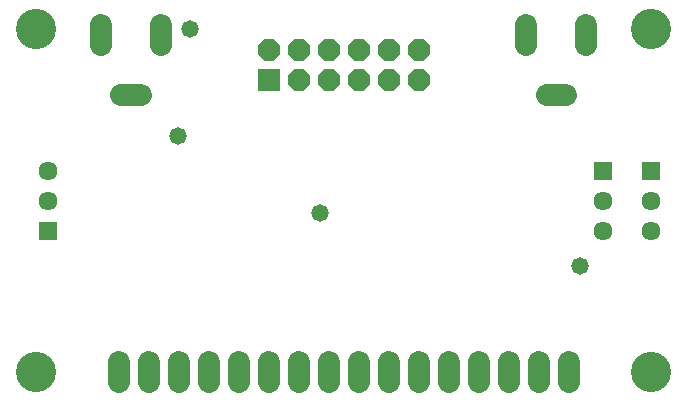
<source format=gts>
G75*
G70*
%OFA0B0*%
%FSLAX24Y24*%
%IPPOS*%
%LPD*%
%AMOC8*
5,1,8,0,0,1.08239X$1,22.5*
%
%ADD10C,0.0720*%
%ADD11R,0.0720X0.0720*%
%ADD12OC8,0.0720*%
%ADD13R,0.0635X0.0635*%
%ADD14C,0.0635*%
%ADD15C,0.1340*%
%ADD16C,0.0580*%
D10*
X008705Y004671D02*
X008705Y005311D01*
X009705Y005311D02*
X009705Y004671D01*
X010705Y004671D02*
X010705Y005311D01*
X011705Y005311D02*
X011705Y004671D01*
X012705Y004671D02*
X012705Y005311D01*
X013705Y005311D02*
X013705Y004671D01*
X014705Y004671D02*
X014705Y005311D01*
X015705Y005311D02*
X015705Y004671D01*
X016705Y004671D02*
X016705Y005311D01*
X017705Y005311D02*
X017705Y004671D01*
X018705Y004671D02*
X018705Y005311D01*
X019705Y005311D02*
X019705Y004671D01*
X020705Y004671D02*
X020705Y005311D01*
X021705Y005311D02*
X021705Y004671D01*
X022705Y004671D02*
X022705Y005311D01*
X023705Y005311D02*
X023705Y004671D01*
X023612Y014228D02*
X022972Y014228D01*
X022292Y015908D02*
X022292Y016548D01*
X024292Y016548D02*
X024292Y015908D01*
X010119Y015908D02*
X010119Y016548D01*
X008119Y016548D02*
X008119Y015908D01*
X008799Y014228D02*
X009439Y014228D01*
D11*
X013705Y014728D03*
D12*
X014705Y014728D03*
X015705Y014728D03*
X016705Y014728D03*
X017705Y014728D03*
X018705Y014728D03*
X018705Y015728D03*
X017705Y015728D03*
X016705Y015728D03*
X015705Y015728D03*
X014705Y015728D03*
X013705Y015728D03*
D13*
X006363Y009700D03*
X024867Y011700D03*
X026442Y011700D03*
D14*
X026442Y010700D03*
X026442Y009700D03*
X024867Y009700D03*
X024867Y010700D03*
X006363Y010700D03*
X006363Y011700D03*
D15*
X005969Y004991D03*
X005969Y016409D03*
X026442Y016409D03*
X026442Y004991D03*
D16*
X024079Y008535D03*
X015418Y010306D03*
X010694Y012866D03*
X011087Y016409D03*
M02*

</source>
